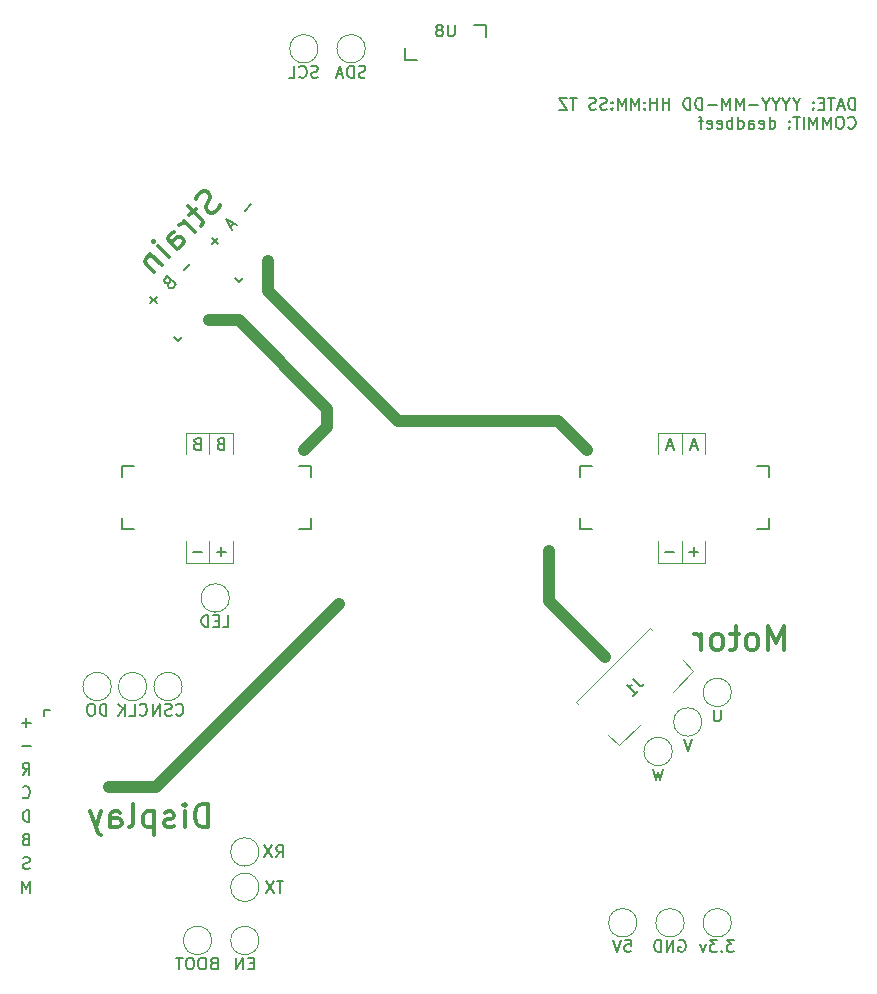
<source format=gbr>
%TF.GenerationSoftware,KiCad,Pcbnew,(6.0.10)*%
%TF.CreationDate,2023-01-22T12:58:48+02:00*%
%TF.ProjectId,view_base,76696577-5f62-4617-9365-2e6b69636164,rev?*%
%TF.SameCoordinates,Original*%
%TF.FileFunction,Legend,Bot*%
%TF.FilePolarity,Positive*%
%FSLAX46Y46*%
G04 Gerber Fmt 4.6, Leading zero omitted, Abs format (unit mm)*
G04 Created by KiCad (PCBNEW (6.0.10)) date 2023-01-22 12:58:48*
%MOMM*%
%LPD*%
G01*
G04 APERTURE LIST*
%ADD10C,0.120000*%
%ADD11C,1.000000*%
%ADD12C,0.150000*%
%ADD13C,0.300000*%
G04 APERTURE END LIST*
D10*
X78000000Y-96300000D02*
X78000000Y-94500000D01*
X78000000Y-103700000D02*
X78000000Y-105500000D01*
X80000000Y-96300000D02*
X80000000Y-94500000D01*
X82000000Y-105500000D02*
X82000000Y-103700000D01*
X78000000Y-105500000D02*
X82000000Y-105500000D01*
X78000000Y-94500000D02*
X82000000Y-94500000D01*
X82000000Y-94500000D02*
X82000000Y-96300000D01*
X80000000Y-105500000D02*
X80000000Y-103700000D01*
D11*
X90000000Y-94000000D02*
X90000000Y-92500000D01*
X96000000Y-93500000D02*
X85000000Y-82500000D01*
X75500000Y-124500000D02*
X71500000Y-124500000D01*
D10*
X118000000Y-96300000D02*
X118000000Y-94500000D01*
X118000000Y-94500000D02*
X122000000Y-94500000D01*
D11*
X88000000Y-96000000D02*
X90000000Y-94000000D01*
D10*
X122000000Y-94500000D02*
X122000000Y-96300000D01*
D11*
X109500000Y-93500000D02*
X96000000Y-93500000D01*
X90000000Y-92500000D02*
X82500000Y-85000000D01*
X112000000Y-96000000D02*
X109500000Y-93500000D01*
X108750000Y-104500000D02*
X108750000Y-108750000D01*
D10*
X120000000Y-96300000D02*
X120000000Y-94500000D01*
D11*
X108750000Y-108750000D02*
X113500000Y-113500000D01*
D10*
X118000000Y-103700000D02*
X118000000Y-105500000D01*
X122000000Y-105500000D02*
X122000000Y-103700000D01*
D11*
X85000000Y-82500000D02*
X85000000Y-80000000D01*
D10*
X120000000Y-105500000D02*
X120000000Y-103700000D01*
D11*
X91000000Y-109000000D02*
X75500000Y-124500000D01*
X82500000Y-85000000D02*
X80000000Y-85000000D01*
D10*
X118000000Y-105500000D02*
X122000000Y-105500000D01*
D12*
X78928571Y-95428571D02*
X78785714Y-95476190D01*
X78738095Y-95523809D01*
X78690476Y-95619047D01*
X78690476Y-95761904D01*
X78738095Y-95857142D01*
X78785714Y-95904761D01*
X78880952Y-95952380D01*
X79261904Y-95952380D01*
X79261904Y-94952380D01*
X78928571Y-94952380D01*
X78833333Y-95000000D01*
X78785714Y-95047619D01*
X78738095Y-95142857D01*
X78738095Y-95238095D01*
X78785714Y-95333333D01*
X78833333Y-95380952D01*
X78928571Y-95428571D01*
X79261904Y-95428571D01*
X80928571Y-95428571D02*
X80785714Y-95476190D01*
X80738095Y-95523809D01*
X80690476Y-95619047D01*
X80690476Y-95761904D01*
X80738095Y-95857142D01*
X80785714Y-95904761D01*
X80880952Y-95952380D01*
X81261904Y-95952380D01*
X81261904Y-94952380D01*
X80928571Y-94952380D01*
X80833333Y-95000000D01*
X80785714Y-95047619D01*
X80738095Y-95142857D01*
X80738095Y-95238095D01*
X80785714Y-95333333D01*
X80833333Y-95380952D01*
X80928571Y-95428571D01*
X81261904Y-95428571D01*
X79380952Y-104571428D02*
X78619047Y-104571428D01*
X81380952Y-104571428D02*
X80619047Y-104571428D01*
X81000000Y-104952380D02*
X81000000Y-104190476D01*
D13*
X128666666Y-112904761D02*
X128666666Y-110904761D01*
X128000000Y-112333333D01*
X127333333Y-110904761D01*
X127333333Y-112904761D01*
X126095238Y-112904761D02*
X126285714Y-112809523D01*
X126380952Y-112714285D01*
X126476190Y-112523809D01*
X126476190Y-111952380D01*
X126380952Y-111761904D01*
X126285714Y-111666666D01*
X126095238Y-111571428D01*
X125809523Y-111571428D01*
X125619047Y-111666666D01*
X125523809Y-111761904D01*
X125428571Y-111952380D01*
X125428571Y-112523809D01*
X125523809Y-112714285D01*
X125619047Y-112809523D01*
X125809523Y-112904761D01*
X126095238Y-112904761D01*
X124857142Y-111571428D02*
X124095238Y-111571428D01*
X124571428Y-110904761D02*
X124571428Y-112619047D01*
X124476190Y-112809523D01*
X124285714Y-112904761D01*
X124095238Y-112904761D01*
X123142857Y-112904761D02*
X123333333Y-112809523D01*
X123428571Y-112714285D01*
X123523809Y-112523809D01*
X123523809Y-111952380D01*
X123428571Y-111761904D01*
X123333333Y-111666666D01*
X123142857Y-111571428D01*
X122857142Y-111571428D01*
X122666666Y-111666666D01*
X122571428Y-111761904D01*
X122476190Y-111952380D01*
X122476190Y-112523809D01*
X122571428Y-112714285D01*
X122666666Y-112809523D01*
X122857142Y-112904761D01*
X123142857Y-112904761D01*
X121619047Y-112904761D02*
X121619047Y-111571428D01*
X121619047Y-111952380D02*
X121523809Y-111761904D01*
X121428571Y-111666666D01*
X121238095Y-111571428D01*
X121047619Y-111571428D01*
X79904761Y-127904761D02*
X79904761Y-125904761D01*
X79428571Y-125904761D01*
X79142857Y-126000000D01*
X78952380Y-126190476D01*
X78857142Y-126380952D01*
X78761904Y-126761904D01*
X78761904Y-127047619D01*
X78857142Y-127428571D01*
X78952380Y-127619047D01*
X79142857Y-127809523D01*
X79428571Y-127904761D01*
X79904761Y-127904761D01*
X77904761Y-127904761D02*
X77904761Y-126571428D01*
X77904761Y-125904761D02*
X78000000Y-126000000D01*
X77904761Y-126095238D01*
X77809523Y-126000000D01*
X77904761Y-125904761D01*
X77904761Y-126095238D01*
X77047619Y-127809523D02*
X76857142Y-127904761D01*
X76476190Y-127904761D01*
X76285714Y-127809523D01*
X76190476Y-127619047D01*
X76190476Y-127523809D01*
X76285714Y-127333333D01*
X76476190Y-127238095D01*
X76761904Y-127238095D01*
X76952380Y-127142857D01*
X77047619Y-126952380D01*
X77047619Y-126857142D01*
X76952380Y-126666666D01*
X76761904Y-126571428D01*
X76476190Y-126571428D01*
X76285714Y-126666666D01*
X75333333Y-126571428D02*
X75333333Y-128571428D01*
X75333333Y-126666666D02*
X75142857Y-126571428D01*
X74761904Y-126571428D01*
X74571428Y-126666666D01*
X74476190Y-126761904D01*
X74380952Y-126952380D01*
X74380952Y-127523809D01*
X74476190Y-127714285D01*
X74571428Y-127809523D01*
X74761904Y-127904761D01*
X75142857Y-127904761D01*
X75333333Y-127809523D01*
X73238095Y-127904761D02*
X73428571Y-127809523D01*
X73523809Y-127619047D01*
X73523809Y-125904761D01*
X71619047Y-127904761D02*
X71619047Y-126857142D01*
X71714285Y-126666666D01*
X71904761Y-126571428D01*
X72285714Y-126571428D01*
X72476190Y-126666666D01*
X71619047Y-127809523D02*
X71809523Y-127904761D01*
X72285714Y-127904761D01*
X72476190Y-127809523D01*
X72571428Y-127619047D01*
X72571428Y-127428571D01*
X72476190Y-127238095D01*
X72285714Y-127142857D01*
X71809523Y-127142857D01*
X71619047Y-127047619D01*
X70857142Y-126571428D02*
X70380952Y-127904761D01*
X69904761Y-126571428D02*
X70380952Y-127904761D01*
X70571428Y-128380952D01*
X70666666Y-128476190D01*
X70857142Y-128571428D01*
D12*
X64785714Y-131404761D02*
X64642857Y-131452380D01*
X64404761Y-131452380D01*
X64309523Y-131404761D01*
X64261904Y-131357142D01*
X64214285Y-131261904D01*
X64214285Y-131166666D01*
X64261904Y-131071428D01*
X64309523Y-131023809D01*
X64404761Y-130976190D01*
X64595238Y-130928571D01*
X64690476Y-130880952D01*
X64738095Y-130833333D01*
X64785714Y-130738095D01*
X64785714Y-130642857D01*
X64738095Y-130547619D01*
X64690476Y-130500000D01*
X64595238Y-130452380D01*
X64357142Y-130452380D01*
X64214285Y-130500000D01*
X64190476Y-125357142D02*
X64238095Y-125404761D01*
X64380952Y-125452380D01*
X64476190Y-125452380D01*
X64619047Y-125404761D01*
X64714285Y-125309523D01*
X64761904Y-125214285D01*
X64809523Y-125023809D01*
X64809523Y-124880952D01*
X64761904Y-124690476D01*
X64714285Y-124595238D01*
X64619047Y-124500000D01*
X64476190Y-124452380D01*
X64380952Y-124452380D01*
X64238095Y-124500000D01*
X64190476Y-124547619D01*
X64833333Y-133452380D02*
X64833333Y-132452380D01*
X64500000Y-133166666D01*
X64166666Y-132452380D01*
X64166666Y-133452380D01*
X134664404Y-67147380D02*
X134664404Y-66147380D01*
X134426309Y-66147380D01*
X134283452Y-66195000D01*
X134188214Y-66290238D01*
X134140595Y-66385476D01*
X134092976Y-66575952D01*
X134092976Y-66718809D01*
X134140595Y-66909285D01*
X134188214Y-67004523D01*
X134283452Y-67099761D01*
X134426309Y-67147380D01*
X134664404Y-67147380D01*
X133712023Y-66861666D02*
X133235833Y-66861666D01*
X133807261Y-67147380D02*
X133473928Y-66147380D01*
X133140595Y-67147380D01*
X132950119Y-66147380D02*
X132378690Y-66147380D01*
X132664404Y-67147380D02*
X132664404Y-66147380D01*
X132045357Y-66623571D02*
X131712023Y-66623571D01*
X131569166Y-67147380D02*
X132045357Y-67147380D01*
X132045357Y-66147380D01*
X131569166Y-66147380D01*
X131140595Y-67052142D02*
X131092976Y-67099761D01*
X131140595Y-67147380D01*
X131188214Y-67099761D01*
X131140595Y-67052142D01*
X131140595Y-67147380D01*
X131140595Y-66528333D02*
X131092976Y-66575952D01*
X131140595Y-66623571D01*
X131188214Y-66575952D01*
X131140595Y-66528333D01*
X131140595Y-66623571D01*
X129712023Y-66671190D02*
X129712023Y-67147380D01*
X130045357Y-66147380D02*
X129712023Y-66671190D01*
X129378690Y-66147380D01*
X128854880Y-66671190D02*
X128854880Y-67147380D01*
X129188214Y-66147380D02*
X128854880Y-66671190D01*
X128521547Y-66147380D01*
X127997738Y-66671190D02*
X127997738Y-67147380D01*
X128331071Y-66147380D02*
X127997738Y-66671190D01*
X127664404Y-66147380D01*
X127140595Y-66671190D02*
X127140595Y-67147380D01*
X127473928Y-66147380D02*
X127140595Y-66671190D01*
X126807261Y-66147380D01*
X126473928Y-66766428D02*
X125712023Y-66766428D01*
X125235833Y-67147380D02*
X125235833Y-66147380D01*
X124902500Y-66861666D01*
X124569166Y-66147380D01*
X124569166Y-67147380D01*
X124092976Y-67147380D02*
X124092976Y-66147380D01*
X123759642Y-66861666D01*
X123426309Y-66147380D01*
X123426309Y-67147380D01*
X122950119Y-66766428D02*
X122188214Y-66766428D01*
X121712023Y-67147380D02*
X121712023Y-66147380D01*
X121473928Y-66147380D01*
X121331071Y-66195000D01*
X121235833Y-66290238D01*
X121188214Y-66385476D01*
X121140595Y-66575952D01*
X121140595Y-66718809D01*
X121188214Y-66909285D01*
X121235833Y-67004523D01*
X121331071Y-67099761D01*
X121473928Y-67147380D01*
X121712023Y-67147380D01*
X120712023Y-67147380D02*
X120712023Y-66147380D01*
X120473928Y-66147380D01*
X120331071Y-66195000D01*
X120235833Y-66290238D01*
X120188214Y-66385476D01*
X120140595Y-66575952D01*
X120140595Y-66718809D01*
X120188214Y-66909285D01*
X120235833Y-67004523D01*
X120331071Y-67099761D01*
X120473928Y-67147380D01*
X120712023Y-67147380D01*
X118950119Y-67147380D02*
X118950119Y-66147380D01*
X118950119Y-66623571D02*
X118378690Y-66623571D01*
X118378690Y-67147380D02*
X118378690Y-66147380D01*
X117902500Y-67147380D02*
X117902500Y-66147380D01*
X117902500Y-66623571D02*
X117331071Y-66623571D01*
X117331071Y-67147380D02*
X117331071Y-66147380D01*
X116854880Y-67052142D02*
X116807261Y-67099761D01*
X116854880Y-67147380D01*
X116902500Y-67099761D01*
X116854880Y-67052142D01*
X116854880Y-67147380D01*
X116854880Y-66528333D02*
X116807261Y-66575952D01*
X116854880Y-66623571D01*
X116902500Y-66575952D01*
X116854880Y-66528333D01*
X116854880Y-66623571D01*
X116378690Y-67147380D02*
X116378690Y-66147380D01*
X116045357Y-66861666D01*
X115712023Y-66147380D01*
X115712023Y-67147380D01*
X115235833Y-67147380D02*
X115235833Y-66147380D01*
X114902500Y-66861666D01*
X114569166Y-66147380D01*
X114569166Y-67147380D01*
X114092976Y-67052142D02*
X114045357Y-67099761D01*
X114092976Y-67147380D01*
X114140595Y-67099761D01*
X114092976Y-67052142D01*
X114092976Y-67147380D01*
X114092976Y-66528333D02*
X114045357Y-66575952D01*
X114092976Y-66623571D01*
X114140595Y-66575952D01*
X114092976Y-66528333D01*
X114092976Y-66623571D01*
X113664404Y-67099761D02*
X113521547Y-67147380D01*
X113283452Y-67147380D01*
X113188214Y-67099761D01*
X113140595Y-67052142D01*
X113092976Y-66956904D01*
X113092976Y-66861666D01*
X113140595Y-66766428D01*
X113188214Y-66718809D01*
X113283452Y-66671190D01*
X113473928Y-66623571D01*
X113569166Y-66575952D01*
X113616785Y-66528333D01*
X113664404Y-66433095D01*
X113664404Y-66337857D01*
X113616785Y-66242619D01*
X113569166Y-66195000D01*
X113473928Y-66147380D01*
X113235833Y-66147380D01*
X113092976Y-66195000D01*
X112712023Y-67099761D02*
X112569166Y-67147380D01*
X112331071Y-67147380D01*
X112235833Y-67099761D01*
X112188214Y-67052142D01*
X112140595Y-66956904D01*
X112140595Y-66861666D01*
X112188214Y-66766428D01*
X112235833Y-66718809D01*
X112331071Y-66671190D01*
X112521547Y-66623571D01*
X112616785Y-66575952D01*
X112664404Y-66528333D01*
X112712023Y-66433095D01*
X112712023Y-66337857D01*
X112664404Y-66242619D01*
X112616785Y-66195000D01*
X112521547Y-66147380D01*
X112283452Y-66147380D01*
X112140595Y-66195000D01*
X111092976Y-66147380D02*
X110521547Y-66147380D01*
X110807261Y-67147380D02*
X110807261Y-66147380D01*
X110283452Y-66147380D02*
X109616785Y-66147380D01*
X110283452Y-67147380D01*
X109616785Y-67147380D01*
X134092976Y-68662142D02*
X134140595Y-68709761D01*
X134283452Y-68757380D01*
X134378690Y-68757380D01*
X134521547Y-68709761D01*
X134616785Y-68614523D01*
X134664404Y-68519285D01*
X134712023Y-68328809D01*
X134712023Y-68185952D01*
X134664404Y-67995476D01*
X134616785Y-67900238D01*
X134521547Y-67805000D01*
X134378690Y-67757380D01*
X134283452Y-67757380D01*
X134140595Y-67805000D01*
X134092976Y-67852619D01*
X133473928Y-67757380D02*
X133283452Y-67757380D01*
X133188214Y-67805000D01*
X133092976Y-67900238D01*
X133045357Y-68090714D01*
X133045357Y-68424047D01*
X133092976Y-68614523D01*
X133188214Y-68709761D01*
X133283452Y-68757380D01*
X133473928Y-68757380D01*
X133569166Y-68709761D01*
X133664404Y-68614523D01*
X133712023Y-68424047D01*
X133712023Y-68090714D01*
X133664404Y-67900238D01*
X133569166Y-67805000D01*
X133473928Y-67757380D01*
X132616785Y-68757380D02*
X132616785Y-67757380D01*
X132283452Y-68471666D01*
X131950119Y-67757380D01*
X131950119Y-68757380D01*
X131473928Y-68757380D02*
X131473928Y-67757380D01*
X131140595Y-68471666D01*
X130807261Y-67757380D01*
X130807261Y-68757380D01*
X130331071Y-68757380D02*
X130331071Y-67757380D01*
X129997738Y-67757380D02*
X129426309Y-67757380D01*
X129712023Y-68757380D02*
X129712023Y-67757380D01*
X129092976Y-68662142D02*
X129045357Y-68709761D01*
X129092976Y-68757380D01*
X129140595Y-68709761D01*
X129092976Y-68662142D01*
X129092976Y-68757380D01*
X129092976Y-68138333D02*
X129045357Y-68185952D01*
X129092976Y-68233571D01*
X129140595Y-68185952D01*
X129092976Y-68138333D01*
X129092976Y-68233571D01*
X127426309Y-68757380D02*
X127426309Y-67757380D01*
X127426309Y-68709761D02*
X127521547Y-68757380D01*
X127712023Y-68757380D01*
X127807261Y-68709761D01*
X127854880Y-68662142D01*
X127902500Y-68566904D01*
X127902500Y-68281190D01*
X127854880Y-68185952D01*
X127807261Y-68138333D01*
X127712023Y-68090714D01*
X127521547Y-68090714D01*
X127426309Y-68138333D01*
X126569166Y-68709761D02*
X126664404Y-68757380D01*
X126854880Y-68757380D01*
X126950119Y-68709761D01*
X126997738Y-68614523D01*
X126997738Y-68233571D01*
X126950119Y-68138333D01*
X126854880Y-68090714D01*
X126664404Y-68090714D01*
X126569166Y-68138333D01*
X126521547Y-68233571D01*
X126521547Y-68328809D01*
X126997738Y-68424047D01*
X125664404Y-68757380D02*
X125664404Y-68233571D01*
X125712023Y-68138333D01*
X125807261Y-68090714D01*
X125997738Y-68090714D01*
X126092976Y-68138333D01*
X125664404Y-68709761D02*
X125759642Y-68757380D01*
X125997738Y-68757380D01*
X126092976Y-68709761D01*
X126140595Y-68614523D01*
X126140595Y-68519285D01*
X126092976Y-68424047D01*
X125997738Y-68376428D01*
X125759642Y-68376428D01*
X125664404Y-68328809D01*
X124759642Y-68757380D02*
X124759642Y-67757380D01*
X124759642Y-68709761D02*
X124854880Y-68757380D01*
X125045357Y-68757380D01*
X125140595Y-68709761D01*
X125188214Y-68662142D01*
X125235833Y-68566904D01*
X125235833Y-68281190D01*
X125188214Y-68185952D01*
X125140595Y-68138333D01*
X125045357Y-68090714D01*
X124854880Y-68090714D01*
X124759642Y-68138333D01*
X124283452Y-68757380D02*
X124283452Y-67757380D01*
X124283452Y-68138333D02*
X124188214Y-68090714D01*
X123997738Y-68090714D01*
X123902500Y-68138333D01*
X123854880Y-68185952D01*
X123807261Y-68281190D01*
X123807261Y-68566904D01*
X123854880Y-68662142D01*
X123902500Y-68709761D01*
X123997738Y-68757380D01*
X124188214Y-68757380D01*
X124283452Y-68709761D01*
X122997738Y-68709761D02*
X123092976Y-68757380D01*
X123283452Y-68757380D01*
X123378690Y-68709761D01*
X123426309Y-68614523D01*
X123426309Y-68233571D01*
X123378690Y-68138333D01*
X123283452Y-68090714D01*
X123092976Y-68090714D01*
X122997738Y-68138333D01*
X122950119Y-68233571D01*
X122950119Y-68328809D01*
X123426309Y-68424047D01*
X122140595Y-68709761D02*
X122235833Y-68757380D01*
X122426309Y-68757380D01*
X122521547Y-68709761D01*
X122569166Y-68614523D01*
X122569166Y-68233571D01*
X122521547Y-68138333D01*
X122426309Y-68090714D01*
X122235833Y-68090714D01*
X122140595Y-68138333D01*
X122092976Y-68233571D01*
X122092976Y-68328809D01*
X122569166Y-68424047D01*
X121807261Y-68090714D02*
X121426309Y-68090714D01*
X121664404Y-68757380D02*
X121664404Y-67900238D01*
X121616785Y-67805000D01*
X121521547Y-67757380D01*
X121426309Y-67757380D01*
X121380952Y-104571428D02*
X120619047Y-104571428D01*
X121000000Y-104952380D02*
X121000000Y-104190476D01*
X121238095Y-95666666D02*
X120761904Y-95666666D01*
X121333333Y-95952380D02*
X121000000Y-94952380D01*
X120666666Y-95952380D01*
X64880952Y-119071428D02*
X64119047Y-119071428D01*
X64500000Y-119452380D02*
X64500000Y-118690476D01*
X64190476Y-123452380D02*
X64523809Y-122976190D01*
X64761904Y-123452380D02*
X64761904Y-122452380D01*
X64380952Y-122452380D01*
X64285714Y-122500000D01*
X64238095Y-122547619D01*
X64190476Y-122642857D01*
X64190476Y-122785714D01*
X64238095Y-122880952D01*
X64285714Y-122928571D01*
X64380952Y-122976190D01*
X64761904Y-122976190D01*
X64428571Y-128928571D02*
X64285714Y-128976190D01*
X64238095Y-129023809D01*
X64190476Y-129119047D01*
X64190476Y-129261904D01*
X64238095Y-129357142D01*
X64285714Y-129404761D01*
X64380952Y-129452380D01*
X64761904Y-129452380D01*
X64761904Y-128452380D01*
X64428571Y-128452380D01*
X64333333Y-128500000D01*
X64285714Y-128547619D01*
X64238095Y-128642857D01*
X64238095Y-128738095D01*
X64285714Y-128833333D01*
X64333333Y-128880952D01*
X64428571Y-128928571D01*
X64761904Y-128928571D01*
X119238095Y-95666666D02*
X118761904Y-95666666D01*
X119333333Y-95952380D02*
X119000000Y-94952380D01*
X118666666Y-95952380D01*
X119380952Y-104571428D02*
X118619047Y-104571428D01*
X64761904Y-127452380D02*
X64761904Y-126452380D01*
X64523809Y-126452380D01*
X64380952Y-126500000D01*
X64285714Y-126595238D01*
X64238095Y-126690476D01*
X64190476Y-126880952D01*
X64190476Y-127023809D01*
X64238095Y-127214285D01*
X64285714Y-127309523D01*
X64380952Y-127404761D01*
X64523809Y-127452380D01*
X64761904Y-127452380D01*
X64880952Y-121071428D02*
X64119047Y-121071428D01*
D13*
X80934518Y-75210320D02*
X80799831Y-75479694D01*
X80463114Y-75816412D01*
X80261083Y-75883755D01*
X80126396Y-75883755D01*
X79924366Y-75816412D01*
X79789679Y-75681725D01*
X79722335Y-75479694D01*
X79722335Y-75345007D01*
X79789679Y-75142977D01*
X79991709Y-74806259D01*
X80059053Y-74604229D01*
X80059053Y-74469542D01*
X79991709Y-74267511D01*
X79857022Y-74132824D01*
X79654992Y-74065481D01*
X79520305Y-74065481D01*
X79318274Y-74132824D01*
X78981557Y-74469542D01*
X78846870Y-74738916D01*
X78846870Y-75547038D02*
X78308122Y-76085786D01*
X78173435Y-75277664D02*
X79385618Y-76489847D01*
X79452961Y-76691877D01*
X79385618Y-76893908D01*
X79250931Y-77028595D01*
X78779526Y-77500000D02*
X77836717Y-76557190D01*
X78106091Y-76826564D02*
X77904061Y-76759221D01*
X77769374Y-76759221D01*
X77567343Y-76826564D01*
X77432656Y-76961251D01*
X77297969Y-78981557D02*
X76557190Y-78240778D01*
X76489847Y-78038748D01*
X76557190Y-77836717D01*
X76826564Y-77567343D01*
X77028595Y-77500000D01*
X77230625Y-78914213D02*
X77432656Y-78846870D01*
X77769374Y-78510152D01*
X77836717Y-78308122D01*
X77769374Y-78106091D01*
X77634687Y-77971404D01*
X77432656Y-77904061D01*
X77230625Y-77971404D01*
X76893908Y-78308122D01*
X76691877Y-78375465D01*
X76624534Y-79654992D02*
X75681725Y-78712183D01*
X75210320Y-78240778D02*
X75345007Y-78240778D01*
X75345007Y-78375465D01*
X75210320Y-78375465D01*
X75210320Y-78240778D01*
X75345007Y-78375465D01*
X75008290Y-79385618D02*
X75951099Y-80328427D01*
X75142977Y-79520305D02*
X75008290Y-79520305D01*
X74806259Y-79587648D01*
X74604229Y-79789679D01*
X74536885Y-79991709D01*
X74604229Y-80193740D01*
X75345007Y-80934518D01*
D12*
%TO.C,J4*%
X82104229Y-76767511D02*
X81767512Y-77104228D01*
X82373603Y-76902198D02*
X81430794Y-76430793D01*
X81902199Y-77373602D01*
X83552114Y-75184939D02*
X83013366Y-75723687D01*
X80723687Y-78013366D02*
X80184939Y-78552114D01*
X80723687Y-78552114D02*
X80184939Y-78013366D01*
%TO.C,U8*%
X100761904Y-59952380D02*
X100761904Y-60761904D01*
X100714285Y-60857142D01*
X100666666Y-60904761D01*
X100571428Y-60952380D01*
X100380952Y-60952380D01*
X100285714Y-60904761D01*
X100238095Y-60857142D01*
X100190476Y-60761904D01*
X100190476Y-59952380D01*
X99571428Y-60380952D02*
X99666666Y-60333333D01*
X99714285Y-60285714D01*
X99761904Y-60190476D01*
X99761904Y-60142857D01*
X99714285Y-60047619D01*
X99666666Y-60000000D01*
X99571428Y-59952380D01*
X99380952Y-59952380D01*
X99285714Y-60000000D01*
X99238095Y-60047619D01*
X99190476Y-60142857D01*
X99190476Y-60190476D01*
X99238095Y-60285714D01*
X99285714Y-60333333D01*
X99380952Y-60380952D01*
X99571428Y-60380952D01*
X99666666Y-60428571D01*
X99714285Y-60476190D01*
X99761904Y-60571428D01*
X99761904Y-60761904D01*
X99714285Y-60857142D01*
X99666666Y-60904761D01*
X99571428Y-60952380D01*
X99380952Y-60952380D01*
X99285714Y-60904761D01*
X99238095Y-60857142D01*
X99190476Y-60761904D01*
X99190476Y-60571428D01*
X99238095Y-60476190D01*
X99285714Y-60428571D01*
X99380952Y-60380952D01*
%TO.C,J5*%
X76545431Y-81818019D02*
X76478088Y-81952706D01*
X76478088Y-82020049D01*
X76511759Y-82121064D01*
X76612775Y-82222080D01*
X76713790Y-82255751D01*
X76781134Y-82255751D01*
X76882149Y-82222080D01*
X77151523Y-81952706D01*
X76444416Y-81245599D01*
X76208714Y-81481301D01*
X76175042Y-81582316D01*
X76175042Y-81649660D01*
X76208714Y-81750675D01*
X76276057Y-81818019D01*
X76377072Y-81851690D01*
X76444416Y-81851690D01*
X76545431Y-81818019D01*
X76781134Y-81582316D01*
X78380541Y-80184939D02*
X77841793Y-80723687D01*
X75552114Y-83013366D02*
X75013366Y-83552114D01*
X75552114Y-83552114D02*
X75013366Y-83013366D01*
%TO.C,J1*%
X115848477Y-115377072D02*
X116353553Y-115882148D01*
X116488240Y-115949492D01*
X116622927Y-115949492D01*
X116757614Y-115882148D01*
X116824957Y-115814805D01*
X115848477Y-116791286D02*
X116252538Y-116387225D01*
X116050507Y-116589255D02*
X115343400Y-115882148D01*
X115511759Y-115915820D01*
X115646446Y-115915820D01*
X115747461Y-115882148D01*
%TO.C,TP1*%
X115190476Y-137452380D02*
X115666666Y-137452380D01*
X115714285Y-137928571D01*
X115666666Y-137880952D01*
X115571428Y-137833333D01*
X115333333Y-137833333D01*
X115238095Y-137880952D01*
X115190476Y-137928571D01*
X115142857Y-138023809D01*
X115142857Y-138261904D01*
X115190476Y-138357142D01*
X115238095Y-138404761D01*
X115333333Y-138452380D01*
X115571428Y-138452380D01*
X115666666Y-138404761D01*
X115714285Y-138357142D01*
X114857142Y-137452380D02*
X114523809Y-138452380D01*
X114190476Y-137452380D01*
%TO.C,TP2*%
X124428571Y-137452380D02*
X123809523Y-137452380D01*
X124142857Y-137833333D01*
X124000000Y-137833333D01*
X123904761Y-137880952D01*
X123857142Y-137928571D01*
X123809523Y-138023809D01*
X123809523Y-138261904D01*
X123857142Y-138357142D01*
X123904761Y-138404761D01*
X124000000Y-138452380D01*
X124285714Y-138452380D01*
X124380952Y-138404761D01*
X124428571Y-138357142D01*
X123380952Y-138357142D02*
X123333333Y-138404761D01*
X123380952Y-138452380D01*
X123428571Y-138404761D01*
X123380952Y-138357142D01*
X123380952Y-138452380D01*
X123000000Y-137452380D02*
X122380952Y-137452380D01*
X122714285Y-137833333D01*
X122571428Y-137833333D01*
X122476190Y-137880952D01*
X122428571Y-137928571D01*
X122380952Y-138023809D01*
X122380952Y-138261904D01*
X122428571Y-138357142D01*
X122476190Y-138404761D01*
X122571428Y-138452380D01*
X122857142Y-138452380D01*
X122952380Y-138404761D01*
X123000000Y-138357142D01*
X122047619Y-137785714D02*
X121809523Y-138452380D01*
X121571428Y-137785714D01*
%TO.C,TP3*%
X119761904Y-137500000D02*
X119857142Y-137452380D01*
X120000000Y-137452380D01*
X120142857Y-137500000D01*
X120238095Y-137595238D01*
X120285714Y-137690476D01*
X120333333Y-137880952D01*
X120333333Y-138023809D01*
X120285714Y-138214285D01*
X120238095Y-138309523D01*
X120142857Y-138404761D01*
X120000000Y-138452380D01*
X119904761Y-138452380D01*
X119761904Y-138404761D01*
X119714285Y-138357142D01*
X119714285Y-138023809D01*
X119904761Y-138023809D01*
X119285714Y-138452380D02*
X119285714Y-137452380D01*
X118714285Y-138452380D01*
X118714285Y-137452380D01*
X118238095Y-138452380D02*
X118238095Y-137452380D01*
X118000000Y-137452380D01*
X117857142Y-137500000D01*
X117761904Y-137595238D01*
X117714285Y-137690476D01*
X117666666Y-137880952D01*
X117666666Y-138023809D01*
X117714285Y-138214285D01*
X117761904Y-138309523D01*
X117857142Y-138404761D01*
X118000000Y-138452380D01*
X118238095Y-138452380D01*
%TO.C,TP4*%
X93214285Y-64404761D02*
X93071428Y-64452380D01*
X92833333Y-64452380D01*
X92738095Y-64404761D01*
X92690476Y-64357142D01*
X92642857Y-64261904D01*
X92642857Y-64166666D01*
X92690476Y-64071428D01*
X92738095Y-64023809D01*
X92833333Y-63976190D01*
X93023809Y-63928571D01*
X93119047Y-63880952D01*
X93166666Y-63833333D01*
X93214285Y-63738095D01*
X93214285Y-63642857D01*
X93166666Y-63547619D01*
X93119047Y-63500000D01*
X93023809Y-63452380D01*
X92785714Y-63452380D01*
X92642857Y-63500000D01*
X92214285Y-64452380D02*
X92214285Y-63452380D01*
X91976190Y-63452380D01*
X91833333Y-63500000D01*
X91738095Y-63595238D01*
X91690476Y-63690476D01*
X91642857Y-63880952D01*
X91642857Y-64023809D01*
X91690476Y-64214285D01*
X91738095Y-64309523D01*
X91833333Y-64404761D01*
X91976190Y-64452380D01*
X92214285Y-64452380D01*
X91261904Y-64166666D02*
X90785714Y-64166666D01*
X91357142Y-64452380D02*
X91023809Y-63452380D01*
X90690476Y-64452380D01*
%TO.C,TP5*%
X89190476Y-64404761D02*
X89047619Y-64452380D01*
X88809523Y-64452380D01*
X88714285Y-64404761D01*
X88666666Y-64357142D01*
X88619047Y-64261904D01*
X88619047Y-64166666D01*
X88666666Y-64071428D01*
X88714285Y-64023809D01*
X88809523Y-63976190D01*
X89000000Y-63928571D01*
X89095238Y-63880952D01*
X89142857Y-63833333D01*
X89190476Y-63738095D01*
X89190476Y-63642857D01*
X89142857Y-63547619D01*
X89095238Y-63500000D01*
X89000000Y-63452380D01*
X88761904Y-63452380D01*
X88619047Y-63500000D01*
X87619047Y-64357142D02*
X87666666Y-64404761D01*
X87809523Y-64452380D01*
X87904761Y-64452380D01*
X88047619Y-64404761D01*
X88142857Y-64309523D01*
X88190476Y-64214285D01*
X88238095Y-64023809D01*
X88238095Y-63880952D01*
X88190476Y-63690476D01*
X88142857Y-63595238D01*
X88047619Y-63500000D01*
X87904761Y-63452380D01*
X87809523Y-63452380D01*
X87666666Y-63500000D01*
X87619047Y-63547619D01*
X86714285Y-64452380D02*
X87190476Y-64452380D01*
X87190476Y-63452380D01*
%TO.C,TP6*%
X123285714Y-117952380D02*
X123285714Y-118761904D01*
X123238095Y-118857142D01*
X123190476Y-118904761D01*
X123095238Y-118952380D01*
X122904761Y-118952380D01*
X122809523Y-118904761D01*
X122761904Y-118857142D01*
X122714285Y-118761904D01*
X122714285Y-117952380D01*
%TO.C,TP7*%
X120833333Y-120452380D02*
X120500000Y-121452380D01*
X120166666Y-120452380D01*
%TO.C,TP8*%
X118428571Y-122952380D02*
X118190476Y-123952380D01*
X118000000Y-123238095D01*
X117809523Y-123952380D01*
X117571428Y-122952380D01*
%TO.C,TP9*%
X77190476Y-118357142D02*
X77238095Y-118404761D01*
X77380952Y-118452380D01*
X77476190Y-118452380D01*
X77619047Y-118404761D01*
X77714285Y-118309523D01*
X77761904Y-118214285D01*
X77809523Y-118023809D01*
X77809523Y-117880952D01*
X77761904Y-117690476D01*
X77714285Y-117595238D01*
X77619047Y-117500000D01*
X77476190Y-117452380D01*
X77380952Y-117452380D01*
X77238095Y-117500000D01*
X77190476Y-117547619D01*
X76809523Y-118404761D02*
X76666666Y-118452380D01*
X76428571Y-118452380D01*
X76333333Y-118404761D01*
X76285714Y-118357142D01*
X76238095Y-118261904D01*
X76238095Y-118166666D01*
X76285714Y-118071428D01*
X76333333Y-118023809D01*
X76428571Y-117976190D01*
X76619047Y-117928571D01*
X76714285Y-117880952D01*
X76761904Y-117833333D01*
X76809523Y-117738095D01*
X76809523Y-117642857D01*
X76761904Y-117547619D01*
X76714285Y-117500000D01*
X76619047Y-117452380D01*
X76380952Y-117452380D01*
X76238095Y-117500000D01*
X75809523Y-118452380D02*
X75809523Y-117452380D01*
X75238095Y-118452380D01*
X75238095Y-117452380D01*
%TO.C,TP11*%
X71285714Y-118452380D02*
X71285714Y-117452380D01*
X71047619Y-117452380D01*
X70904761Y-117500000D01*
X70809523Y-117595238D01*
X70761904Y-117690476D01*
X70714285Y-117880952D01*
X70714285Y-118023809D01*
X70761904Y-118214285D01*
X70809523Y-118309523D01*
X70904761Y-118404761D01*
X71047619Y-118452380D01*
X71285714Y-118452380D01*
X70095238Y-117452380D02*
X69904761Y-117452380D01*
X69809523Y-117500000D01*
X69714285Y-117595238D01*
X69666666Y-117785714D01*
X69666666Y-118119047D01*
X69714285Y-118309523D01*
X69809523Y-118404761D01*
X69904761Y-118452380D01*
X70095238Y-118452380D01*
X70190476Y-118404761D01*
X70285714Y-118309523D01*
X70333333Y-118119047D01*
X70333333Y-117785714D01*
X70285714Y-117595238D01*
X70190476Y-117500000D01*
X70095238Y-117452380D01*
%TO.C,TP12*%
X81142857Y-110952380D02*
X81619047Y-110952380D01*
X81619047Y-109952380D01*
X80809523Y-110428571D02*
X80476190Y-110428571D01*
X80333333Y-110952380D02*
X80809523Y-110952380D01*
X80809523Y-109952380D01*
X80333333Y-109952380D01*
X79904761Y-110952380D02*
X79904761Y-109952380D01*
X79666666Y-109952380D01*
X79523809Y-110000000D01*
X79428571Y-110095238D01*
X79380952Y-110190476D01*
X79333333Y-110380952D01*
X79333333Y-110523809D01*
X79380952Y-110714285D01*
X79428571Y-110809523D01*
X79523809Y-110904761D01*
X79666666Y-110952380D01*
X79904761Y-110952380D01*
%TO.C,TP10*%
X74095238Y-118357142D02*
X74142857Y-118404761D01*
X74285714Y-118452380D01*
X74380952Y-118452380D01*
X74523809Y-118404761D01*
X74619047Y-118309523D01*
X74666666Y-118214285D01*
X74714285Y-118023809D01*
X74714285Y-117880952D01*
X74666666Y-117690476D01*
X74619047Y-117595238D01*
X74523809Y-117500000D01*
X74380952Y-117452380D01*
X74285714Y-117452380D01*
X74142857Y-117500000D01*
X74095238Y-117547619D01*
X73190476Y-118452380D02*
X73666666Y-118452380D01*
X73666666Y-117452380D01*
X72857142Y-118452380D02*
X72857142Y-117452380D01*
X72285714Y-118452380D02*
X72714285Y-117880952D01*
X72285714Y-117452380D02*
X72857142Y-118023809D01*
%TO.C,TP13*%
X83738095Y-139428571D02*
X83404761Y-139428571D01*
X83261904Y-139952380D02*
X83738095Y-139952380D01*
X83738095Y-138952380D01*
X83261904Y-138952380D01*
X82833333Y-139952380D02*
X82833333Y-138952380D01*
X82261904Y-139952380D01*
X82261904Y-138952380D01*
%TO.C,TP14*%
X80357142Y-139428571D02*
X80214285Y-139476190D01*
X80166666Y-139523809D01*
X80119047Y-139619047D01*
X80119047Y-139761904D01*
X80166666Y-139857142D01*
X80214285Y-139904761D01*
X80309523Y-139952380D01*
X80690476Y-139952380D01*
X80690476Y-138952380D01*
X80357142Y-138952380D01*
X80261904Y-139000000D01*
X80214285Y-139047619D01*
X80166666Y-139142857D01*
X80166666Y-139238095D01*
X80214285Y-139333333D01*
X80261904Y-139380952D01*
X80357142Y-139428571D01*
X80690476Y-139428571D01*
X79500000Y-138952380D02*
X79309523Y-138952380D01*
X79214285Y-139000000D01*
X79119047Y-139095238D01*
X79071428Y-139285714D01*
X79071428Y-139619047D01*
X79119047Y-139809523D01*
X79214285Y-139904761D01*
X79309523Y-139952380D01*
X79500000Y-139952380D01*
X79595238Y-139904761D01*
X79690476Y-139809523D01*
X79738095Y-139619047D01*
X79738095Y-139285714D01*
X79690476Y-139095238D01*
X79595238Y-139000000D01*
X79500000Y-138952380D01*
X78452380Y-138952380D02*
X78261904Y-138952380D01*
X78166666Y-139000000D01*
X78071428Y-139095238D01*
X78023809Y-139285714D01*
X78023809Y-139619047D01*
X78071428Y-139809523D01*
X78166666Y-139904761D01*
X78261904Y-139952380D01*
X78452380Y-139952380D01*
X78547619Y-139904761D01*
X78642857Y-139809523D01*
X78690476Y-139619047D01*
X78690476Y-139285714D01*
X78642857Y-139095238D01*
X78547619Y-139000000D01*
X78452380Y-138952380D01*
X77738095Y-138952380D02*
X77166666Y-138952380D01*
X77452380Y-139952380D02*
X77452380Y-138952380D01*
%TO.C,TP15*%
X86261904Y-132452380D02*
X85690476Y-132452380D01*
X85976190Y-133452380D02*
X85976190Y-132452380D01*
X85452380Y-132452380D02*
X84785714Y-133452380D01*
X84785714Y-132452380D02*
X85452380Y-133452380D01*
%TO.C,TP16*%
X85666666Y-130452380D02*
X86000000Y-129976190D01*
X86238095Y-130452380D02*
X86238095Y-129452380D01*
X85857142Y-129452380D01*
X85761904Y-129500000D01*
X85714285Y-129547619D01*
X85666666Y-129642857D01*
X85666666Y-129785714D01*
X85714285Y-129880952D01*
X85761904Y-129928571D01*
X85857142Y-129976190D01*
X86238095Y-129976190D01*
X85333333Y-129452380D02*
X84666666Y-130452380D01*
X84666666Y-129452380D02*
X85333333Y-130452380D01*
%TO.C,Z4*%
X72600000Y-102700000D02*
X72600000Y-101700000D01*
X72600000Y-97300000D02*
X73600000Y-97300000D01*
X72600000Y-102700000D02*
X73600000Y-102700000D01*
X72600000Y-97300000D02*
X72600000Y-98300000D01*
%TO.C,Z1*%
X111400000Y-102700000D02*
X111400000Y-101700000D01*
X111400000Y-97300000D02*
X112400000Y-97300000D01*
X111400000Y-97300000D02*
X111400000Y-98300000D01*
X111400000Y-102700000D02*
X112400000Y-102700000D01*
%TO.C,Z3*%
X88600000Y-97300000D02*
X87600000Y-97300000D01*
X88600000Y-102700000D02*
X88600000Y-101700000D01*
X88600000Y-102700000D02*
X87600000Y-102700000D01*
X88600000Y-97300000D02*
X88600000Y-98300000D01*
%TO.C,J3*%
X66000000Y-118500000D02*
X66000000Y-118000000D01*
X66000000Y-118000000D02*
X66500000Y-118000000D01*
%TO.C,J4*%
X82525126Y-81767767D02*
X82171573Y-81414214D01*
X82878680Y-81414214D02*
X82525126Y-81767767D01*
%TO.C,Z2*%
X127400000Y-97300000D02*
X126400000Y-97300000D01*
X127400000Y-102700000D02*
X127400000Y-101700000D01*
X127400000Y-97300000D02*
X127400000Y-98300000D01*
X127400000Y-102700000D02*
X126400000Y-102700000D01*
%TO.C,U8*%
X96600000Y-62950000D02*
X96600000Y-61950000D01*
X96600000Y-62950000D02*
X97600000Y-62950000D01*
X103400000Y-59950000D02*
X103400000Y-61000000D01*
X102400000Y-59950000D02*
X103400000Y-59950000D01*
%TO.C,J5*%
X77707107Y-86414214D02*
X77353553Y-86767767D01*
X77353553Y-86767767D02*
X77000000Y-86414214D01*
D10*
%TO.C,J1*%
X114694686Y-120988157D02*
X113789618Y-120083088D01*
X111215693Y-117509164D02*
X111017731Y-117311201D01*
X116448276Y-119234567D02*
X114694686Y-120988157D01*
X117310968Y-111017964D02*
X117508931Y-111215926D01*
X120082855Y-113789851D02*
X120987924Y-114694919D01*
X120987924Y-114694919D02*
X119234333Y-116448509D01*
X111017731Y-117311201D02*
X117310968Y-111017964D01*
%TO.C,TP1*%
X116200000Y-136000000D02*
G75*
G03*
X116200000Y-136000000I-1200000J0D01*
G01*
%TO.C,TP2*%
X124200000Y-136000000D02*
G75*
G03*
X124200000Y-136000000I-1200000J0D01*
G01*
%TO.C,TP3*%
X120200000Y-136000000D02*
G75*
G03*
X120200000Y-136000000I-1200000J0D01*
G01*
%TO.C,TP4*%
X93200000Y-62000000D02*
G75*
G03*
X93200000Y-62000000I-1200000J0D01*
G01*
%TO.C,TP5*%
X89200000Y-62000000D02*
G75*
G03*
X89200000Y-62000000I-1200000J0D01*
G01*
%TO.C,TP6*%
X124200000Y-116500000D02*
G75*
G03*
X124200000Y-116500000I-1200000J0D01*
G01*
%TO.C,TP7*%
X121700000Y-119000000D02*
G75*
G03*
X121700000Y-119000000I-1200000J0D01*
G01*
%TO.C,TP8*%
X119200000Y-121500000D02*
G75*
G03*
X119200000Y-121500000I-1200000J0D01*
G01*
%TO.C,TP9*%
X77700000Y-116000000D02*
G75*
G03*
X77700000Y-116000000I-1200000J0D01*
G01*
%TO.C,TP11*%
X71700000Y-116000000D02*
G75*
G03*
X71700000Y-116000000I-1200000J0D01*
G01*
%TO.C,TP12*%
X81700000Y-108500000D02*
G75*
G03*
X81700000Y-108500000I-1200000J0D01*
G01*
%TO.C,TP10*%
X74700000Y-116000000D02*
G75*
G03*
X74700000Y-116000000I-1200000J0D01*
G01*
%TO.C,TP13*%
X84200000Y-137500000D02*
G75*
G03*
X84200000Y-137500000I-1200000J0D01*
G01*
%TO.C,TP14*%
X80200000Y-137500000D02*
G75*
G03*
X80200000Y-137500000I-1200000J0D01*
G01*
%TO.C,TP15*%
X84200000Y-133000000D02*
G75*
G03*
X84200000Y-133000000I-1200000J0D01*
G01*
%TO.C,TP16*%
X84200000Y-130000000D02*
G75*
G03*
X84200000Y-130000000I-1200000J0D01*
G01*
%TD*%
M02*

</source>
